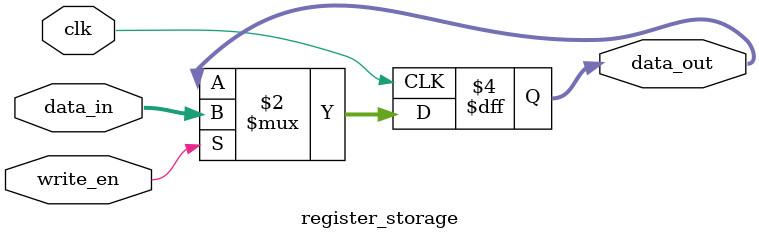
<source format=sv>
module pl_reg_dualport #(
    parameter W = 16
) (
    input clk, 
    input wr1_en, wr2_en,
    input [W-1:0] wr1_data, wr2_data,
    output [W-1:0] q
);
    // 内部信号
    reg [W-1:0] wr1_data_reg, wr2_data_reg;
    reg wr1_en_reg, wr2_en_reg;
    wire [W-1:0] selected_data;
    wire write_en;
    
    // 寄存输入信号以减少输入到第一级寄存器的延迟
    always @(posedge clk) begin
        wr1_data_reg <= wr1_data;
        wr2_data_reg <= wr2_data;
        wr1_en_reg <= wr1_en;
        wr2_en_reg <= wr2_en;
    end
    
    // 实例化端口优先级选择子模块
    port_priority_selector #(
        .W(W)
    ) port_selector (
        .wr1_en(wr1_en_reg),
        .wr2_en(wr2_en_reg),
        .wr1_data(wr1_data_reg),
        .wr2_data(wr2_data_reg),
        .selected_data(selected_data),
        .write_en(write_en)
    );
    
    // 实例化寄存器存储子模块
    register_storage #(
        .W(W)
    ) reg_storage (
        .clk(clk),
        .write_en(write_en),
        .data_in(selected_data),
        .data_out(q)
    );
    
endmodule

// 端口优先级选择器子模块
module port_priority_selector #(
    parameter W = 16
) (
    input wr1_en, wr2_en,
    input [W-1:0] wr1_data, wr2_data,
    output [W-1:0] selected_data,
    output write_en
);
    // 根据端口优先级选择数据
    assign write_en = wr1_en | wr2_en;
    assign selected_data = wr1_en ? wr1_data : 
                          (wr2_en ? wr2_data : {W{1'b0}});
endmodule

// 寄存器存储子模块
module register_storage #(
    parameter W = 16
) (
    input clk,
    input write_en,
    input [W-1:0] data_in,
    output reg [W-1:0] data_out
);
    // 在时钟上升沿写入数据
    always @(posedge clk) begin
        if (write_en) begin
            data_out <= data_in;
        end
    end
endmodule
</source>
